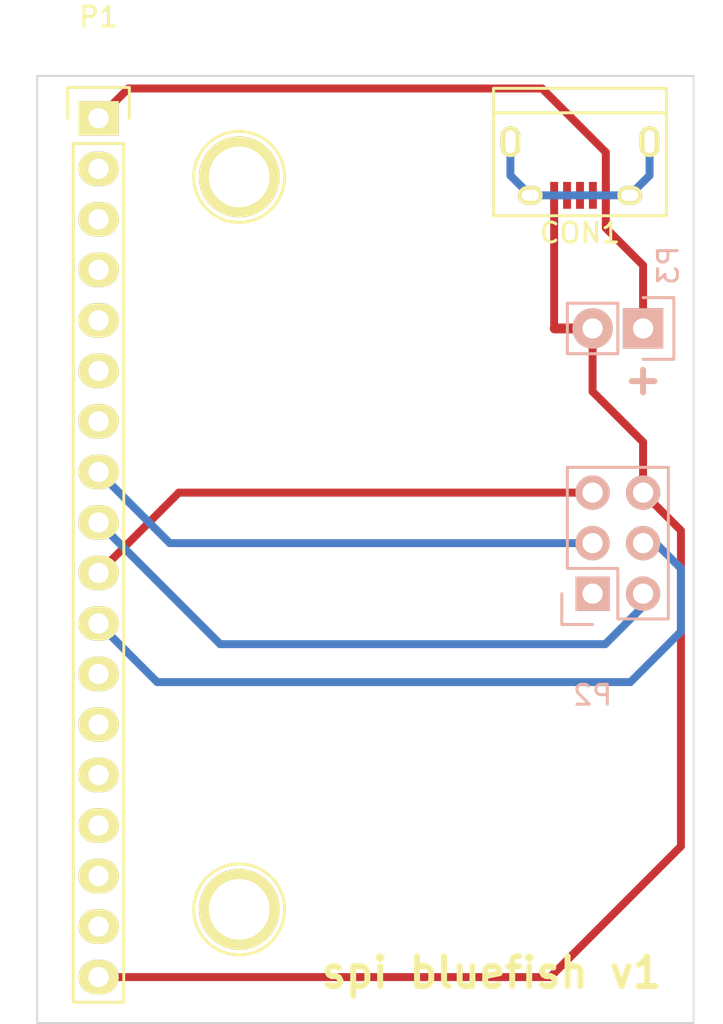
<source format=kicad_pcb>
(kicad_pcb (version 4) (host pcbnew "(2015-09-07 BZR 6168)-product")

  (general
    (links 12)
    (no_connects 0)
    (area 17.729999 18.999999 50.850001 66.725001)
    (thickness 1.6)
    (drawings 7)
    (tracks 36)
    (zones 0)
    (modules 6)
    (nets 8)
  )

  (page A4)
  (layers
    (0 F.Cu signal)
    (31 B.Cu signal)
    (32 B.Adhes user)
    (33 F.Adhes user)
    (34 B.Paste user)
    (35 F.Paste user)
    (36 B.SilkS user)
    (37 F.SilkS user)
    (38 B.Mask user)
    (39 F.Mask user)
    (40 Dwgs.User user)
    (41 Cmts.User user)
    (42 Eco1.User user)
    (43 Eco2.User user)
    (44 Edge.Cuts user)
    (45 Margin user)
    (46 B.CrtYd user)
    (47 F.CrtYd user)
    (48 B.Fab user)
    (49 F.Fab user)
  )

  (setup
    (last_trace_width 0.4)
    (trace_clearance 0.2)
    (zone_clearance 0.508)
    (zone_45_only no)
    (trace_min 0.2)
    (segment_width 0.2)
    (edge_width 0.1)
    (via_size 0.6)
    (via_drill 0.4)
    (via_min_size 0.4)
    (via_min_drill 0.3)
    (uvia_size 0.3)
    (uvia_drill 0.1)
    (uvias_allowed no)
    (uvia_min_size 0.2)
    (uvia_min_drill 0.1)
    (pcb_text_width 0.3)
    (pcb_text_size 1.5 1.5)
    (mod_edge_width 0.15)
    (mod_text_size 1 1)
    (mod_text_width 0.15)
    (pad_size 2.032 2.032)
    (pad_drill 1.016)
    (pad_to_mask_clearance 0)
    (aux_axis_origin 17.78 69.85)
    (grid_origin 17.78 19.05)
    (visible_elements FFFFFF7F)
    (pcbplotparams
      (layerselection 0x010f0_80000001)
      (usegerberextensions true)
      (excludeedgelayer true)
      (linewidth 0.100000)
      (plotframeref false)
      (viasonmask false)
      (mode 1)
      (useauxorigin false)
      (hpglpennumber 1)
      (hpglpenspeed 20)
      (hpglpendiameter 15)
      (hpglpenoverlay 2)
      (psnegative false)
      (psa4output false)
      (plotreference true)
      (plotvalue true)
      (plotinvisibletext false)
      (padsonsilk false)
      (subtractmaskfromsilk false)
      (outputformat 1)
      (mirror false)
      (drillshape 0)
      (scaleselection 1)
      (outputdirectory gerber/))
  )

  (net 0 "")
  (net 1 "Net-(CON1-Pad1)")
  (net 2 "Net-(CON1-Pad5)")
  (net 3 "Net-(CON1-Pad6)")
  (net 4 "Net-(MISO)")
  (net 5 "Net-(CSB)")
  (net 6 "Net-(MOSI)")
  (net 7 "Net-(CLK)")

  (net_class Default "This is the default net class."
    (clearance 0.2)
    (trace_width 0.4)
    (via_dia 0.6)
    (via_drill 0.4)
    (uvia_dia 0.3)
    (uvia_drill 0.1)
    (add_net "Net-(CLK)")
    (add_net "Net-(CON1-Pad1)")
    (add_net "Net-(CON1-Pad5)")
    (add_net "Net-(CON1-Pad6)")
    (add_net "Net-(CSB)")
    (add_net "Net-(MISO)")
    (add_net "Net-(MOSI)")
  )

  (module Connect:USB_Micro-B (layer F.Cu) (tedit 5543E447) (tstamp 556F8E1F)
    (at 45.085 23.495 180)
    (descr "Micro USB Type B Receptacle")
    (tags "USB USB_B USB_micro USB_OTG")
    (path /556F8110)
    (attr smd)
    (fp_text reference CON1 (at 0 -3.45 180) (layer F.SilkS)
      (effects (font (size 1 1) (thickness 0.15)))
    )
    (fp_text value USB-MICRO-B (at 0 4.8 180) (layer F.Fab)
      (effects (font (size 1 1) (thickness 0.15)))
    )
    (fp_line (start -4.6 -2.8) (end 4.6 -2.8) (layer F.CrtYd) (width 0.05))
    (fp_line (start 4.6 -2.8) (end 4.6 4.05) (layer F.CrtYd) (width 0.05))
    (fp_line (start 4.6 4.05) (end -4.6 4.05) (layer F.CrtYd) (width 0.05))
    (fp_line (start -4.6 4.05) (end -4.6 -2.8) (layer F.CrtYd) (width 0.05))
    (fp_line (start -4.3509 3.81746) (end 4.3491 3.81746) (layer F.SilkS) (width 0.15))
    (fp_line (start -4.3509 -2.58754) (end 4.3491 -2.58754) (layer F.SilkS) (width 0.15))
    (fp_line (start 4.3491 -2.58754) (end 4.3491 3.81746) (layer F.SilkS) (width 0.15))
    (fp_line (start 4.3491 2.58746) (end -4.3509 2.58746) (layer F.SilkS) (width 0.15))
    (fp_line (start -4.3509 3.81746) (end -4.3509 -2.58754) (layer F.SilkS) (width 0.15))
    (pad 1 smd rect (at -1.3009 -1.56254 270) (size 1.35 0.4) (layers F.Cu F.Paste F.Mask)
      (net 1 "Net-(CON1-Pad1)"))
    (pad 2 smd rect (at -0.6509 -1.56254 270) (size 1.35 0.4) (layers F.Cu F.Paste F.Mask))
    (pad 3 smd rect (at -0.0009 -1.56254 270) (size 1.35 0.4) (layers F.Cu F.Paste F.Mask))
    (pad 4 smd rect (at 0.6491 -1.56254 270) (size 1.35 0.4) (layers F.Cu F.Paste F.Mask))
    (pad 5 smd rect (at 1.2991 -1.56254 270) (size 1.35 0.4) (layers F.Cu F.Paste F.Mask)
      (net 2 "Net-(CON1-Pad5)"))
    (pad 6 thru_hole oval (at -2.5009 -1.56254 270) (size 0.95 1.25) (drill oval 0.55 0.85) (layers *.Cu *.Mask F.SilkS)
      (net 3 "Net-(CON1-Pad6)"))
    (pad 6 thru_hole oval (at 2.4991 -1.56254 270) (size 0.95 1.25) (drill oval 0.55 0.85) (layers *.Cu *.Mask F.SilkS)
      (net 3 "Net-(CON1-Pad6)"))
    (pad 6 thru_hole oval (at -3.5009 1.13746 270) (size 1.55 1) (drill oval 1.15 0.5) (layers *.Cu *.Mask F.SilkS)
      (net 3 "Net-(CON1-Pad6)"))
    (pad 6 thru_hole oval (at 3.4991 1.13746 270) (size 1.55 1) (drill oval 1.15 0.5) (layers *.Cu *.Mask F.SilkS)
      (net 3 "Net-(CON1-Pad6)"))
  )

  (module Pin_Headers:Pin_Header_Straight_1x18 (layer F.Cu) (tedit 0) (tstamp 556F8E40)
    (at 20.8661 21.1836)
    (descr "Through hole pin header")
    (tags "pin header")
    (path /556F8042)
    (fp_text reference P1 (at 0 -5.1) (layer F.SilkS)
      (effects (font (size 1 1) (thickness 0.15)))
    )
    (fp_text value CONN_01X18 (at 0 -3.1) (layer F.Fab)
      (effects (font (size 1 1) (thickness 0.15)))
    )
    (fp_line (start -1.75 -1.75) (end -1.75 44.95) (layer F.CrtYd) (width 0.05))
    (fp_line (start 1.75 -1.75) (end 1.75 44.95) (layer F.CrtYd) (width 0.05))
    (fp_line (start -1.75 -1.75) (end 1.75 -1.75) (layer F.CrtYd) (width 0.05))
    (fp_line (start -1.75 44.95) (end 1.75 44.95) (layer F.CrtYd) (width 0.05))
    (fp_line (start 1.27 1.27) (end 1.27 44.45) (layer F.SilkS) (width 0.15))
    (fp_line (start 1.27 44.45) (end -1.27 44.45) (layer F.SilkS) (width 0.15))
    (fp_line (start -1.27 44.45) (end -1.27 1.27) (layer F.SilkS) (width 0.15))
    (fp_line (start 1.55 -1.55) (end 1.55 0) (layer F.SilkS) (width 0.15))
    (fp_line (start 1.27 1.27) (end -1.27 1.27) (layer F.SilkS) (width 0.15))
    (fp_line (start -1.55 0) (end -1.55 -1.55) (layer F.SilkS) (width 0.15))
    (fp_line (start -1.55 -1.55) (end 1.55 -1.55) (layer F.SilkS) (width 0.15))
    (pad 1 thru_hole rect (at 0 0) (size 2.032 1.7272) (drill 1.016) (layers *.Cu *.Mask F.SilkS)
      (net 1 "Net-(CON1-Pad1)"))
    (pad 2 thru_hole oval (at 0 2.54) (size 2.032 1.7272) (drill 1.016) (layers *.Cu *.Mask F.SilkS))
    (pad 3 thru_hole oval (at 0 5.08) (size 2.032 1.7272) (drill 1.016) (layers *.Cu *.Mask F.SilkS))
    (pad 4 thru_hole oval (at 0 7.62) (size 2.032 1.7272) (drill 1.016) (layers *.Cu *.Mask F.SilkS))
    (pad 5 thru_hole oval (at 0 10.16) (size 2.032 1.7272) (drill 1.016) (layers *.Cu *.Mask F.SilkS))
    (pad 6 thru_hole oval (at 0 12.7) (size 2.032 1.7272) (drill 1.016) (layers *.Cu *.Mask F.SilkS))
    (pad 7 thru_hole oval (at 0 15.24) (size 2.032 1.7272) (drill 1.016) (layers *.Cu *.Mask F.SilkS))
    (pad 8 thru_hole oval (at 0 17.78) (size 2.032 1.7272) (drill 1.016) (layers *.Cu *.Mask F.SilkS)
      (net 4 "Net-(MISO)"))
    (pad 9 thru_hole oval (at 0 20.32) (size 2.032 1.7272) (drill 1.016) (layers *.Cu *.Mask F.SilkS)
      (net 5 "Net-(CSB)"))
    (pad 10 thru_hole oval (at 0 22.86) (size 2.032 1.7272) (drill 1.016) (layers *.Cu *.Mask F.SilkS)
      (net 6 "Net-(MOSI)"))
    (pad 11 thru_hole oval (at 0 25.4) (size 2.032 1.7272) (drill 1.016) (layers *.Cu *.Mask F.SilkS)
      (net 7 "Net-(CLK)"))
    (pad 12 thru_hole oval (at 0 27.94) (size 2.032 1.7272) (drill 1.016) (layers *.Cu *.Mask F.SilkS))
    (pad 13 thru_hole oval (at 0 30.48) (size 2.032 1.7272) (drill 1.016) (layers *.Cu *.Mask F.SilkS))
    (pad 14 thru_hole oval (at 0 33.02) (size 2.032 1.7272) (drill 1.016) (layers *.Cu *.Mask F.SilkS))
    (pad 15 thru_hole oval (at 0 35.56) (size 2.032 1.7272) (drill 1.016) (layers *.Cu *.Mask F.SilkS))
    (pad 16 thru_hole oval (at 0 38.1) (size 2.032 1.7272) (drill 1.016) (layers *.Cu *.Mask F.SilkS))
    (pad 17 thru_hole oval (at 0 40.64) (size 2.032 1.7272) (drill 1.016) (layers *.Cu *.Mask F.SilkS))
    (pad 18 thru_hole oval (at 0 43.18) (size 2.032 1.7272) (drill 1.016) (layers *.Cu *.Mask F.SilkS)
      (net 2 "Net-(CON1-Pad5)"))
    (model Pin_Headers.3dshapes/Pin_Header_Straight_1x18.wrl
      (at (xyz 0 -0.85 0))
      (scale (xyz 1 1 1))
      (rotate (xyz 0 0 90))
    )
  )

  (module Pin_Headers:Pin_Header_Straight_2x03 (layer B.Cu) (tedit 54EA0A4B) (tstamp 556F8E57)
    (at 45.72 45.085)
    (descr "Through hole pin header")
    (tags "pin header")
    (path /556F80A7)
    (fp_text reference P2 (at 0 5.1) (layer B.SilkS)
      (effects (font (size 1 1) (thickness 0.15)) (justify mirror))
    )
    (fp_text value CONN_02X03 (at 0 3.1) (layer B.Fab)
      (effects (font (size 1 1) (thickness 0.15)) (justify mirror))
    )
    (fp_line (start -1.27 -1.27) (end -1.27 -6.35) (layer B.SilkS) (width 0.15))
    (fp_line (start -1.55 1.55) (end 0 1.55) (layer B.SilkS) (width 0.15))
    (fp_line (start -1.75 1.75) (end -1.75 -6.85) (layer B.CrtYd) (width 0.05))
    (fp_line (start 4.3 1.75) (end 4.3 -6.85) (layer B.CrtYd) (width 0.05))
    (fp_line (start -1.75 1.75) (end 4.3 1.75) (layer B.CrtYd) (width 0.05))
    (fp_line (start -1.75 -6.85) (end 4.3 -6.85) (layer B.CrtYd) (width 0.05))
    (fp_line (start 1.27 1.27) (end 1.27 -1.27) (layer B.SilkS) (width 0.15))
    (fp_line (start 1.27 -1.27) (end -1.27 -1.27) (layer B.SilkS) (width 0.15))
    (fp_line (start -1.27 -6.35) (end 3.81 -6.35) (layer B.SilkS) (width 0.15))
    (fp_line (start 3.81 -6.35) (end 3.81 -1.27) (layer B.SilkS) (width 0.15))
    (fp_line (start -1.55 1.55) (end -1.55 0) (layer B.SilkS) (width 0.15))
    (fp_line (start 3.81 1.27) (end 1.27 1.27) (layer B.SilkS) (width 0.15))
    (fp_line (start 3.81 -1.27) (end 3.81 1.27) (layer B.SilkS) (width 0.15))
    (pad 1 thru_hole rect (at 0 0) (size 1.7272 1.7272) (drill 1.016) (layers *.Cu *.Mask B.SilkS))
    (pad 2 thru_hole oval (at 2.54 0) (size 1.7272 1.7272) (drill 1.016) (layers *.Cu *.Mask B.SilkS)
      (net 5 "Net-(CSB)"))
    (pad 3 thru_hole oval (at 0 -2.54) (size 1.7272 1.7272) (drill 1.016) (layers *.Cu *.Mask B.SilkS)
      (net 4 "Net-(MISO)"))
    (pad 4 thru_hole oval (at 2.54 -2.54) (size 1.7272 1.7272) (drill 1.016) (layers *.Cu *.Mask B.SilkS)
      (net 7 "Net-(CLK)"))
    (pad 5 thru_hole oval (at 0 -5.08) (size 1.7272 1.7272) (drill 1.016) (layers *.Cu *.Mask B.SilkS)
      (net 6 "Net-(MOSI)"))
    (pad 6 thru_hole oval (at 2.54 -5.08) (size 1.7272 1.7272) (drill 1.016) (layers *.Cu *.Mask B.SilkS)
      (net 2 "Net-(CON1-Pad5)"))
    (model Pin_Headers.3dshapes/Pin_Header_Straight_2x03.wrl
      (at (xyz 0.05 -0.1 0))
      (scale (xyz 1 1 1))
      (rotate (xyz 0 0 90))
    )
  )

  (module Pin_Headers:Pin_Header_Straight_1x02 (layer B.Cu) (tedit 556F9BCE) (tstamp 556F8E68)
    (at 48.26 31.75 90)
    (descr "Through hole pin header")
    (tags "pin header")
    (path /556F8185)
    (fp_text reference P3 (at 3.175 1.27 90) (layer B.SilkS)
      (effects (font (size 1 1) (thickness 0.15)) (justify mirror))
    )
    (fp_text value CONN_01X02 (at 0 3.175 90) (layer B.Fab)
      (effects (font (size 1 1) (thickness 0.15)) (justify mirror))
    )
    (fp_line (start 1.27 -1.27) (end 1.27 -3.81) (layer B.SilkS) (width 0.15))
    (fp_line (start 1.55 1.55) (end 1.55 0) (layer B.SilkS) (width 0.15))
    (fp_line (start -1.75 1.75) (end -1.75 -4.3) (layer B.CrtYd) (width 0.05))
    (fp_line (start 1.75 1.75) (end 1.75 -4.3) (layer B.CrtYd) (width 0.05))
    (fp_line (start -1.75 1.75) (end 1.75 1.75) (layer B.CrtYd) (width 0.05))
    (fp_line (start -1.75 -4.3) (end 1.75 -4.3) (layer B.CrtYd) (width 0.05))
    (fp_line (start 1.27 -1.27) (end -1.27 -1.27) (layer B.SilkS) (width 0.15))
    (fp_line (start -1.55 0) (end -1.55 1.55) (layer B.SilkS) (width 0.15))
    (fp_line (start -1.55 1.55) (end 1.55 1.55) (layer B.SilkS) (width 0.15))
    (fp_line (start -1.27 -1.27) (end -1.27 -3.81) (layer B.SilkS) (width 0.15))
    (fp_line (start -1.27 -3.81) (end 1.27 -3.81) (layer B.SilkS) (width 0.15))
    (pad 1 thru_hole rect (at 0 0 90) (size 2.032 2.032) (drill 1.016) (layers *.Cu *.Mask B.SilkS)
      (net 1 "Net-(CON1-Pad1)"))
    (pad 2 thru_hole oval (at 0 -2.54 90) (size 2.032 2.032) (drill 1.016) (layers *.Cu *.Mask B.SilkS)
      (net 2 "Net-(CON1-Pad5)"))
    (model Pin_Headers.3dshapes/Pin_Header_Straight_1x02.wrl
      (at (xyz 0 -0.05 0))
      (scale (xyz 1 1 1))
      (rotate (xyz 0 0 90))
    )
  )

  (module Connect:1pin (layer F.Cu) (tedit 556FAB56) (tstamp 556FA774)
    (at 27.94 24.13)
    (descr "module 1 pin (ou trou mecanique de percage)")
    (tags DEV)
    (fp_text reference REF** (at 0 -3.048) (layer F.SilkS) hide
      (effects (font (size 1 1) (thickness 0.15)))
    )
    (fp_text value 1pin (at 0 2.794) (layer F.Fab)
      (effects (font (size 1 1) (thickness 0.15)))
    )
    (fp_circle (center 0 0) (end 0 -2.286) (layer F.SilkS) (width 0.15))
    (pad 1 thru_hole circle (at 0 0) (size 4.064 4.064) (drill 3.048) (layers *.Cu *.Mask F.SilkS))
  )

  (module Connect:1pin (layer F.Cu) (tedit 556FAB5B) (tstamp 556FA78A)
    (at 27.94 60.96)
    (descr "module 1 pin (ou trou mecanique de percage)")
    (tags DEV)
    (fp_text reference REF** (at 0 -3.048) (layer F.SilkS) hide
      (effects (font (size 1 1) (thickness 0.15)))
    )
    (fp_text value 1pin (at 0 2.794) (layer F.Fab)
      (effects (font (size 1 1) (thickness 0.15)))
    )
    (fp_circle (center 0 0) (end 0 -2.286) (layer F.SilkS) (width 0.15))
    (pad 1 thru_hole circle (at 0 0) (size 4.064 4.064) (drill 3.048) (layers *.Cu *.Mask F.SilkS))
  )

  (gr_text + (at 48.26 34.29) (layer F.SilkS)
    (effects (font (size 1.5 1.5) (thickness 0.3)))
  )
  (gr_text "spi bluefish v1" (at 40.64 64.135) (layer F.SilkS)
    (effects (font (size 1.5 1.5) (thickness 0.3)))
  )
  (gr_line (start 17.78 66.675) (end 17.78 19.05) (angle 90) (layer Edge.Cuts) (width 0.1))
  (gr_line (start 50.8 66.675) (end 17.78 66.675) (angle 90) (layer Edge.Cuts) (width 0.1))
  (gr_line (start 50.8 19.05) (end 50.8 66.675) (angle 90) (layer Edge.Cuts) (width 0.1))
  (gr_line (start 17.78 19.05) (end 50.8 19.05) (angle 90) (layer Edge.Cuts) (width 0.1))
  (gr_text + (at 48.26 34.29) (layer B.SilkS)
    (effects (font (size 1.5 1.5) (thickness 0.3)) (justify mirror))
  )

  (segment (start 46.3859 26.7009) (end 48.26 28.575) (width 0.4) (layer F.Cu) (net 1) (tstamp 556F990C))
  (segment (start 48.26 28.575) (end 48.26 31.75) (width 0.4) (layer F.Cu) (net 1) (tstamp 556F990F))
  (segment (start 46.3859 25.05754) (end 46.3859 26.7009) (width 0.4) (layer F.Cu) (net 1))
  (segment (start 46.3859 22.8909) (end 43.18 19.685) (width 0.4) (layer F.Cu) (net 1) (tstamp 556FA195))
  (segment (start 43.18 19.685) (end 22.3647 19.685) (width 0.4) (layer F.Cu) (net 1) (tstamp 556FA198))
  (segment (start 22.3647 19.685) (end 20.8661 21.1836) (width 0.4) (layer F.Cu) (net 1) (tstamp 556FA19B))
  (segment (start 46.3859 25.05754) (end 46.3859 22.8909) (width 0.4) (layer F.Cu) (net 1))
  (segment (start 43.815 31.75) (end 45.72 31.75) (width 0.5) (layer F.Cu) (net 2) (tstamp 556F992D))
  (segment (start 43.7859 31.75) (end 43.815 31.75) (width 0.4) (layer F.Cu) (net 2) (tstamp 556F9929))
  (segment (start 43.7859 25.05754) (end 43.7859 31.75) (width 0.4) (layer F.Cu) (net 2))
  (segment (start 45.72 34.925) (end 48.26 37.465) (width 0.4) (layer F.Cu) (net 2) (tstamp 556F9DFD))
  (segment (start 48.26 37.465) (end 48.26 40.005) (width 0.4) (layer F.Cu) (net 2) (tstamp 556F9E03))
  (segment (start 45.72 31.75) (end 45.72 34.925) (width 0.4) (layer F.Cu) (net 2))
  (segment (start 50.165 41.91) (end 50.165 57.785) (width 0.4) (layer F.Cu) (net 2) (tstamp 556FA160))
  (segment (start 50.165 57.785) (end 43.5864 64.3636) (width 0.4) (layer F.Cu) (net 2) (tstamp 556FA163))
  (segment (start 43.5864 64.3636) (end 20.8661 64.3636) (width 0.4) (layer F.Cu) (net 2) (tstamp 556FA168))
  (segment (start 48.26 40.005) (end 50.165 41.91) (width 0.4) (layer F.Cu) (net 2))
  (segment (start 48.5859 24.05754) (end 48.5859 22.35754) (width 0.4) (layer B.Cu) (net 3) (tstamp 556FA1AC))
  (segment (start 47.5859 25.05754) (end 48.5859 24.05754) (width 0.4) (layer B.Cu) (net 3) (tstamp 556FA1A9))
  (segment (start 42.5859 25.05754) (end 47.5859 25.05754) (width 0.4) (layer B.Cu) (net 3) (tstamp 556FA1A7))
  (segment (start 41.5859 24.05754) (end 42.5859 25.05754) (width 0.4) (layer B.Cu) (net 3) (tstamp 556FA1A5))
  (segment (start 41.5859 22.35754) (end 41.5859 24.05754) (width 0.4) (layer B.Cu) (net 3))
  (segment (start 24.4475 42.545) (end 20.8661 38.9636) (width 0.4) (layer B.Cu) (net 4) (tstamp 556FA122))
  (segment (start 45.72 42.545) (end 24.4475 42.545) (width 0.4) (layer B.Cu) (net 4))
  (segment (start 46.355 47.625) (end 26.9875 47.625) (width 0.4) (layer B.Cu) (net 5) (tstamp 556FA133))
  (segment (start 26.9875 47.625) (end 20.8661 41.5036) (width 0.4) (layer B.Cu) (net 5) (tstamp 556FA137))
  (segment (start 48.26 45.72) (end 46.355 47.625) (width 0.4) (layer B.Cu) (net 5) (tstamp 556FA132))
  (segment (start 48.26 45.085) (end 48.26 45.72) (width 0.4) (layer B.Cu) (net 5))
  (segment (start 24.9047 40.005) (end 20.8661 44.0436) (width 0.4) (layer F.Cu) (net 6) (tstamp 556FA0F6))
  (segment (start 45.72 40.005) (end 24.9047 40.005) (width 0.4) (layer F.Cu) (net 6))
  (segment (start 50.165 43.815) (end 50.165 46.99) (width 0.4) (layer B.Cu) (net 7) (tstamp 556FA141))
  (segment (start 50.165 46.99) (end 47.625 49.53) (width 0.4) (layer B.Cu) (net 7) (tstamp 556FA145))
  (segment (start 47.625 49.53) (end 23.8125 49.53) (width 0.4) (layer B.Cu) (net 7) (tstamp 556FA149))
  (segment (start 23.8125 49.53) (end 20.8661 46.5836) (width 0.4) (layer B.Cu) (net 7) (tstamp 556FA14D))
  (segment (start 48.895 42.545) (end 50.165 43.815) (width 0.4) (layer B.Cu) (net 7) (tstamp 556FA13F))
  (segment (start 48.26 42.545) (end 48.895 42.545) (width 0.4) (layer B.Cu) (net 7))

)

</source>
